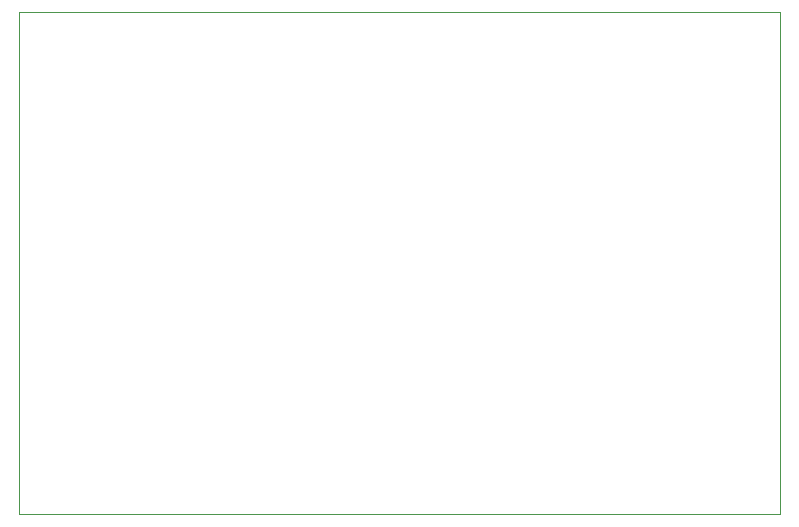
<source format=gm1>
%TF.GenerationSoftware,KiCad,Pcbnew,(5.1.10)-1*%
%TF.CreationDate,2021-08-21T14:03:18+05:30*%
%TF.ProjectId,5V_DC-DC_Converter,35565f44-432d-4444-935f-436f6e766572,v01*%
%TF.SameCoordinates,Original*%
%TF.FileFunction,Profile,NP*%
%FSLAX46Y46*%
G04 Gerber Fmt 4.6, Leading zero omitted, Abs format (unit mm)*
G04 Created by KiCad (PCBNEW (5.1.10)-1) date 2021-08-21 14:03:18*
%MOMM*%
%LPD*%
G01*
G04 APERTURE LIST*
%TA.AperFunction,Profile*%
%ADD10C,0.050000*%
%TD*%
G04 APERTURE END LIST*
D10*
X177802540Y-77947520D02*
X177800000Y-120423940D01*
X113383060Y-120423940D02*
X113385600Y-77947520D01*
X113385600Y-77947520D02*
X177800000Y-77947520D01*
X177800000Y-120423940D02*
X113383060Y-120423940D01*
M02*

</source>
